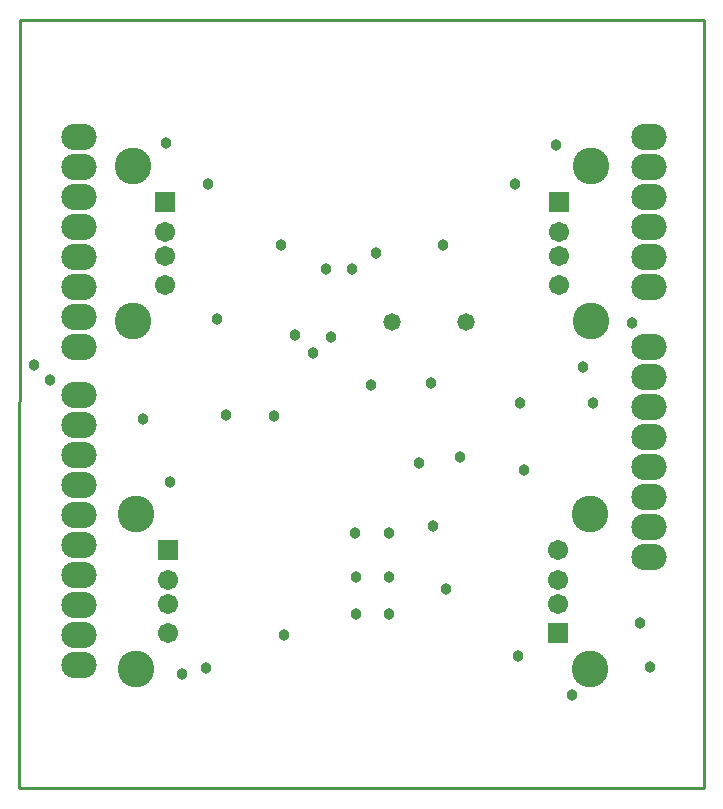
<source format=gbs>
G04 Layer_Color=8150272*
%FSLAX25Y25*%
%MOIN*%
G70*
G01*
G75*
%ADD24C,0.01000*%
%ADD53C,0.06706*%
%ADD54R,0.06706X0.06706*%
%ADD55C,0.12217*%
%ADD56O,0.11800X0.08800*%
%ADD57C,0.03800*%
%ADD58C,0.05800*%
D24*
X175000Y255500D02*
X400500D01*
X403500D01*
Y511500D01*
X175500D02*
X403500D01*
X175000Y255500D02*
X175500Y511500D01*
D53*
X355165Y440937D02*
D03*
Y423220D02*
D03*
Y433063D02*
D03*
X223835Y440937D02*
D03*
Y423220D02*
D03*
Y433063D02*
D03*
X354665Y317063D02*
D03*
Y334780D02*
D03*
Y324937D02*
D03*
X224835D02*
D03*
Y307221D02*
D03*
Y317063D02*
D03*
D54*
X355165Y450779D02*
D03*
X223835D02*
D03*
X354665Y307221D02*
D03*
X224835Y334780D02*
D03*
D55*
X365835Y462866D02*
D03*
Y411134D02*
D03*
X213165Y462866D02*
D03*
Y411134D02*
D03*
X365335Y295134D02*
D03*
Y346866D02*
D03*
X214165D02*
D03*
Y295134D02*
D03*
D56*
X195000Y472500D02*
D03*
Y346500D02*
D03*
Y336500D02*
D03*
Y326500D02*
D03*
Y316500D02*
D03*
Y306500D02*
D03*
Y296500D02*
D03*
Y356500D02*
D03*
Y366500D02*
D03*
Y376500D02*
D03*
Y386500D02*
D03*
Y452500D02*
D03*
Y442500D02*
D03*
Y432500D02*
D03*
Y422500D02*
D03*
Y412500D02*
D03*
Y402500D02*
D03*
Y462500D02*
D03*
X385000Y402500D02*
D03*
Y392500D02*
D03*
Y332500D02*
D03*
Y342500D02*
D03*
Y352500D02*
D03*
Y362500D02*
D03*
Y372500D02*
D03*
Y382500D02*
D03*
Y472500D02*
D03*
Y462500D02*
D03*
Y452500D02*
D03*
Y442500D02*
D03*
Y432500D02*
D03*
Y422500D02*
D03*
D57*
X294000Y434000D02*
D03*
X238000Y457000D02*
D03*
X279000Y406000D02*
D03*
X312500Y390500D02*
D03*
X292500Y390000D02*
D03*
X343500Y361500D02*
D03*
X342000Y384000D02*
D03*
X366500D02*
D03*
X216500Y378500D02*
D03*
X359500Y286500D02*
D03*
X341500Y299500D02*
D03*
X313000Y343000D02*
D03*
X241000Y412000D02*
D03*
X286000Y428500D02*
D03*
X277500D02*
D03*
X267000Y406500D02*
D03*
X273000Y400500D02*
D03*
X298500Y326000D02*
D03*
X287500Y313500D02*
D03*
X316500Y436500D02*
D03*
X262500D02*
D03*
X225500Y357500D02*
D03*
X385500Y296000D02*
D03*
X382000Y310500D02*
D03*
X322000Y366000D02*
D03*
X308500Y364000D02*
D03*
X317500Y322000D02*
D03*
X263500Y306500D02*
D03*
X379500Y410500D02*
D03*
X363000Y396000D02*
D03*
X298500Y313500D02*
D03*
X287500Y326000D02*
D03*
X298500Y340500D02*
D03*
X287000D02*
D03*
X185500Y391500D02*
D03*
X180000Y396500D02*
D03*
X260000Y379500D02*
D03*
X244000Y380000D02*
D03*
X224000Y470500D02*
D03*
X229500Y293500D02*
D03*
X237500Y295500D02*
D03*
X340500Y457000D02*
D03*
X354000Y470000D02*
D03*
D58*
X299500Y411000D02*
D03*
X324000D02*
D03*
M02*

</source>
